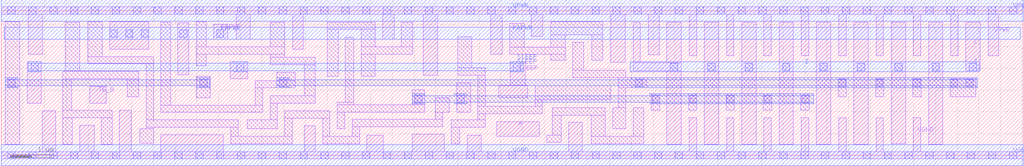
<source format=lef>
# Copyright 2020 The SkyWater PDK Authors
#
# Licensed under the Apache License, Version 2.0 (the "License");
# you may not use this file except in compliance with the License.
# You may obtain a copy of the License at
#
#     https://www.apache.org/licenses/LICENSE-2.0
#
# Unless required by applicable law or agreed to in writing, software
# distributed under the License is distributed on an "AS IS" BASIS,
# WITHOUT WARRANTIES OR CONDITIONS OF ANY KIND, either express or implied.
# See the License for the specific language governing permissions and
# limitations under the License.
#
# SPDX-License-Identifier: Apache-2.0

VERSION 5.7 ;
  NAMESCASESENSITIVE ON ;
  NOWIREEXTENSIONATPIN ON ;
  DIVIDERCHAR "/" ;
  BUSBITCHARS "[]" ;
UNITS
  DATABASE MICRONS 200 ;
END UNITS
MACRO sky130_fd_sc_lp__busdrivernovlpsleep_20
  CLASS CORE ;
  SOURCE USER ;
  FOREIGN sky130_fd_sc_lp__busdrivernovlpsleep_20 ;
  ORIGIN  0.000000  0.000000 ;
  SIZE  23.52000 BY  3.330000 ;
  SYMMETRY X Y ;
  SITE unit ;
  PIN A
    ANTENNAGATEAREA  1.260000 ;
    DIRECTION INPUT ;
    USE SIGNAL ;
    PORT
      LAYER li1 ;
        RECT 11.400000 0.440000 12.385000 0.770000 ;
    END
  END A
  PIN SLEEP
    ANTENNAGATEAREA  1.228000 ;
    DIRECTION INPUT ;
    USE SIGNAL ;
    PORT
      LAYER li1 ;
        RECT  0.595000 1.200000  0.925000 2.150000 ;
        RECT  5.270000 1.765000  5.675000 2.155000 ;
        RECT 11.445000 1.325000 12.115000 1.615000 ;
        RECT 11.710000 1.615000 12.055000 2.150000 ;
      LAYER mcon ;
        RECT  0.685000 1.950000  0.855000 2.120000 ;
        RECT  5.415000 1.950000  5.585000 2.120000 ;
        RECT 11.780000 1.950000 11.950000 2.120000 ;
      LAYER met1 ;
        RECT  0.625000 1.920000  0.915000 1.950000 ;
        RECT  0.625000 1.950000 12.010000 2.120000 ;
        RECT  0.625000 2.120000  0.915000 2.150000 ;
        RECT  5.355000 1.920000  5.645000 1.950000 ;
        RECT  5.355000 2.120000  5.645000 2.150000 ;
        RECT 11.720000 1.920000 12.010000 1.950000 ;
        RECT 11.720000 2.120000 12.010000 2.150000 ;
    END
  END SLEEP
  PIN TE_B
    ANTENNAGATEAREA  0.348000 ;
    DIRECTION INPUT ;
    USE SIGNAL ;
    PORT
      LAYER li1 ;
        RECT 2.035000 1.200000 2.415000 1.590000 ;
    END
  END TE_B
  PIN Z
    ANTENNADIFFAREA  4.968000 ;
    DIRECTION OUTPUT ;
    USE SIGNAL ;
    PORT
      LAYER li1 ;
        RECT 14.540000 1.950000 15.650000 2.130000 ;
        RECT 14.540000 2.130000 14.710000 3.065000 ;
        RECT 15.320000 0.255000 15.650000 1.950000 ;
        RECT 15.320000 2.130000 15.650000 3.065000 ;
        RECT 16.180000 0.255000 16.510000 3.065000 ;
        RECT 17.040000 0.255000 17.370000 3.065000 ;
        RECT 17.900000 0.255000 18.230000 3.065000 ;
        RECT 18.760000 0.255000 19.090000 3.065000 ;
        RECT 19.620000 0.255000 19.950000 3.065000 ;
        RECT 20.480000 0.260000 20.810000 3.065000 ;
        RECT 21.340000 0.255000 21.670000 3.065000 ;
        RECT 22.200000 1.940000 22.530000 3.065000 ;
      LAYER mcon ;
        RECT 15.400000 1.950000 15.570000 2.120000 ;
        RECT 16.260000 1.950000 16.430000 2.120000 ;
        RECT 17.120000 1.950000 17.290000 2.120000 ;
        RECT 17.980000 1.950000 18.150000 2.120000 ;
        RECT 18.840000 1.950000 19.010000 2.120000 ;
        RECT 19.700000 1.950000 19.870000 2.120000 ;
        RECT 20.560000 1.950000 20.730000 2.120000 ;
        RECT 21.420000 1.950000 21.590000 2.120000 ;
        RECT 22.280000 1.950000 22.450000 2.120000 ;
      LAYER met1 ;
        RECT 14.480000 1.920000 22.510000 2.150000 ;
    END
  END Z
  PIN KAPWR
    DIRECTION INOUT ;
    USE POWER ;
    PORT
      LAYER li1 ;
        RECT 2.495000 2.440000 3.400000 3.075000 ;
        RECT 4.065000 1.850000 4.315000 3.045000 ;
        RECT 4.885000 2.665000 5.215000 3.015000 ;
      LAYER mcon ;
        RECT 2.500000 2.715000 2.670000 2.885000 ;
        RECT 2.860000 2.715000 3.030000 2.885000 ;
        RECT 3.220000 2.715000 3.390000 2.885000 ;
        RECT 4.105000 2.715000 4.275000 2.885000 ;
        RECT 4.955000 2.715000 5.125000 2.885000 ;
      LAYER met1 ;
        RECT 0.070000 2.675000 23.450000 2.945000 ;
    END
  END KAPWR
  PIN VGND
    DIRECTION INOUT ;
    USE GROUND ;
    PORT
      LAYER li1 ;
        RECT  0.000000 -0.085000 23.520000 0.085000 ;
        RECT  0.945000  0.085000  1.250000 1.020000 ;
        RECT  1.805000  0.085000  2.135000 0.690000 ;
        RECT  2.720000  0.085000  2.995000 1.040000 ;
        RECT  3.675000  0.085000  5.110000 0.475000 ;
        RECT  6.975000  0.085000  7.225000 0.680000 ;
        RECT  8.415000  0.085000  8.785000 0.465000 ;
        RECT  9.455000  0.085000 10.190000 0.485000 ;
        RECT 10.720000  0.085000 11.050000 0.465000 ;
        RECT 13.055000  0.085000 13.365000 0.755000 ;
        RECT 15.830000  0.085000 16.000000 0.865000 ;
        RECT 16.690000  0.085000 16.860000 0.865000 ;
        RECT 17.550000  0.085000 17.720000 0.865000 ;
        RECT 18.410000  0.085000 18.580000 0.865000 ;
        RECT 19.270000  0.085000 19.440000 0.865000 ;
        RECT 20.130000  0.085000 20.300000 0.865000 ;
        RECT 20.990000  0.085000 21.160000 0.865000 ;
      LAYER mcon ;
        RECT  0.155000 -0.085000  0.325000 0.085000 ;
        RECT  0.635000 -0.085000  0.805000 0.085000 ;
        RECT  1.115000 -0.085000  1.285000 0.085000 ;
        RECT  1.595000 -0.085000  1.765000 0.085000 ;
        RECT  2.075000 -0.085000  2.245000 0.085000 ;
        RECT  2.555000 -0.085000  2.725000 0.085000 ;
        RECT  3.035000 -0.085000  3.205000 0.085000 ;
        RECT  3.515000 -0.085000  3.685000 0.085000 ;
        RECT  3.995000 -0.085000  4.165000 0.085000 ;
        RECT  4.475000 -0.085000  4.645000 0.085000 ;
        RECT  4.955000 -0.085000  5.125000 0.085000 ;
        RECT  5.435000 -0.085000  5.605000 0.085000 ;
        RECT  5.915000 -0.085000  6.085000 0.085000 ;
        RECT  6.395000 -0.085000  6.565000 0.085000 ;
        RECT  6.875000 -0.085000  7.045000 0.085000 ;
        RECT  7.355000 -0.085000  7.525000 0.085000 ;
        RECT  7.835000 -0.085000  8.005000 0.085000 ;
        RECT  8.315000 -0.085000  8.485000 0.085000 ;
        RECT  8.795000 -0.085000  8.965000 0.085000 ;
        RECT  9.275000 -0.085000  9.445000 0.085000 ;
        RECT  9.755000 -0.085000  9.925000 0.085000 ;
        RECT 10.235000 -0.085000 10.405000 0.085000 ;
        RECT 10.715000 -0.085000 10.885000 0.085000 ;
        RECT 11.195000 -0.085000 11.365000 0.085000 ;
        RECT 11.675000 -0.085000 11.845000 0.085000 ;
        RECT 12.155000 -0.085000 12.325000 0.085000 ;
        RECT 12.635000 -0.085000 12.805000 0.085000 ;
        RECT 13.115000 -0.085000 13.285000 0.085000 ;
        RECT 13.595000 -0.085000 13.765000 0.085000 ;
        RECT 14.075000 -0.085000 14.245000 0.085000 ;
        RECT 14.555000 -0.085000 14.725000 0.085000 ;
        RECT 15.035000 -0.085000 15.205000 0.085000 ;
        RECT 15.515000 -0.085000 15.685000 0.085000 ;
        RECT 15.995000 -0.085000 16.165000 0.085000 ;
        RECT 16.475000 -0.085000 16.645000 0.085000 ;
        RECT 16.955000 -0.085000 17.125000 0.085000 ;
        RECT 17.435000 -0.085000 17.605000 0.085000 ;
        RECT 17.915000 -0.085000 18.085000 0.085000 ;
        RECT 18.395000 -0.085000 18.565000 0.085000 ;
        RECT 18.875000 -0.085000 19.045000 0.085000 ;
        RECT 19.355000 -0.085000 19.525000 0.085000 ;
        RECT 19.835000 -0.085000 20.005000 0.085000 ;
        RECT 20.315000 -0.085000 20.485000 0.085000 ;
        RECT 20.795000 -0.085000 20.965000 0.085000 ;
        RECT 21.275000 -0.085000 21.445000 0.085000 ;
        RECT 21.755000 -0.085000 21.925000 0.085000 ;
        RECT 22.235000 -0.085000 22.405000 0.085000 ;
        RECT 22.715000 -0.085000 22.885000 0.085000 ;
        RECT 23.195000 -0.085000 23.365000 0.085000 ;
      LAYER met1 ;
        RECT 0.000000 -0.245000 23.520000 0.245000 ;
    END
  END VGND
  PIN VPWR
    DIRECTION INOUT ;
    USE POWER ;
    PORT
      LAYER li1 ;
        RECT  0.000000 3.245000 23.520000 3.415000 ;
        RECT  0.625000 2.320000  0.955000 3.245000 ;
        RECT  5.405000 2.665000  5.735000 3.245000 ;
        RECT  6.705000 2.435000  6.955000 3.245000 ;
        RECT  8.780000 2.670000  9.040000 3.245000 ;
        RECT  9.710000 1.845000 10.040000 3.245000 ;
        RECT 11.270000 2.320000 11.530000 3.245000 ;
        RECT 12.200000 2.735000 12.460000 3.245000 ;
        RECT 14.025000 2.135000 14.360000 3.245000 ;
        RECT 14.890000 2.310000 15.140000 3.245000 ;
        RECT 15.830000 2.290000 16.000000 3.245000 ;
        RECT 16.690000 2.290000 16.860000 3.245000 ;
        RECT 17.550000 2.290000 17.720000 3.245000 ;
        RECT 18.410000 2.290000 18.580000 3.245000 ;
        RECT 19.270000 2.290000 19.440000 3.245000 ;
        RECT 20.130000 2.290000 20.300000 3.245000 ;
        RECT 20.990000 2.290000 21.160000 3.245000 ;
        RECT 21.850000 2.290000 22.020000 3.245000 ;
        RECT 22.710000 2.290000 22.960000 3.245000 ;
      LAYER mcon ;
        RECT  0.155000 3.245000  0.325000 3.415000 ;
        RECT  0.635000 3.245000  0.805000 3.415000 ;
        RECT  1.115000 3.245000  1.285000 3.415000 ;
        RECT  1.595000 3.245000  1.765000 3.415000 ;
        RECT  2.075000 3.245000  2.245000 3.415000 ;
        RECT  2.555000 3.245000  2.725000 3.415000 ;
        RECT  3.035000 3.245000  3.205000 3.415000 ;
        RECT  3.515000 3.245000  3.685000 3.415000 ;
        RECT  3.995000 3.245000  4.165000 3.415000 ;
        RECT  4.475000 3.245000  4.645000 3.415000 ;
        RECT  4.955000 3.245000  5.125000 3.415000 ;
        RECT  5.435000 3.245000  5.605000 3.415000 ;
        RECT  5.915000 3.245000  6.085000 3.415000 ;
        RECT  6.395000 3.245000  6.565000 3.415000 ;
        RECT  6.875000 3.245000  7.045000 3.415000 ;
        RECT  7.355000 3.245000  7.525000 3.415000 ;
        RECT  7.835000 3.245000  8.005000 3.415000 ;
        RECT  8.315000 3.245000  8.485000 3.415000 ;
        RECT  8.795000 3.245000  8.965000 3.415000 ;
        RECT  9.275000 3.245000  9.445000 3.415000 ;
        RECT  9.755000 3.245000  9.925000 3.415000 ;
        RECT 10.235000 3.245000 10.405000 3.415000 ;
        RECT 10.715000 3.245000 10.885000 3.415000 ;
        RECT 11.195000 3.245000 11.365000 3.415000 ;
        RECT 11.675000 3.245000 11.845000 3.415000 ;
        RECT 12.155000 3.245000 12.325000 3.415000 ;
        RECT 12.635000 3.245000 12.805000 3.415000 ;
        RECT 13.115000 3.245000 13.285000 3.415000 ;
        RECT 13.595000 3.245000 13.765000 3.415000 ;
        RECT 14.075000 3.245000 14.245000 3.415000 ;
        RECT 14.555000 3.245000 14.725000 3.415000 ;
        RECT 15.035000 3.245000 15.205000 3.415000 ;
        RECT 15.515000 3.245000 15.685000 3.415000 ;
        RECT 15.995000 3.245000 16.165000 3.415000 ;
        RECT 16.475000 3.245000 16.645000 3.415000 ;
        RECT 16.955000 3.245000 17.125000 3.415000 ;
        RECT 17.435000 3.245000 17.605000 3.415000 ;
        RECT 17.915000 3.245000 18.085000 3.415000 ;
        RECT 18.395000 3.245000 18.565000 3.415000 ;
        RECT 18.875000 3.245000 19.045000 3.415000 ;
        RECT 19.355000 3.245000 19.525000 3.415000 ;
        RECT 19.835000 3.245000 20.005000 3.415000 ;
        RECT 20.315000 3.245000 20.485000 3.415000 ;
        RECT 20.795000 3.245000 20.965000 3.415000 ;
        RECT 21.275000 3.245000 21.445000 3.415000 ;
        RECT 21.755000 3.245000 21.925000 3.415000 ;
        RECT 22.235000 3.245000 22.405000 3.415000 ;
        RECT 22.715000 3.245000 22.885000 3.415000 ;
        RECT 23.195000 3.245000 23.365000 3.415000 ;
      LAYER met1 ;
        RECT 0.000000 3.085000 23.520000 3.575000 ;
    END
  END VPWR
  OBS
    LAYER li1 ;
      RECT  0.095000 0.255000  0.425000 3.075000 ;
      RECT  1.420000 0.255000  1.635000 0.860000 ;
      RECT  1.420000 0.860000  2.550000 1.030000 ;
      RECT  1.420000 1.030000  1.625000 1.760000 ;
      RECT  1.420000 1.760000  3.165000 1.930000 ;
      RECT  1.475000 1.930000  1.805000 3.065000 ;
      RECT  1.995000 2.100000  3.505000 2.270000 ;
      RECT  1.995000 2.270000  2.325000 3.075000 ;
      RECT  2.305000 0.255000  2.550000 0.860000 ;
      RECT  2.900000 1.345000  3.165000 1.760000 ;
      RECT  3.185000 0.275000  3.505000 0.605000 ;
      RECT  3.335000 0.605000  3.505000 0.645000 ;
      RECT  3.335000 0.645000  5.455000 0.815000 ;
      RECT  3.335000 0.815000  3.505000 2.100000 ;
      RECT  3.675000 0.985000  6.015000 1.155000 ;
      RECT  3.675000 1.155000  3.895000 3.065000 ;
      RECT  4.485000 1.325000  4.815000 1.815000 ;
      RECT  4.485000 2.060000  4.715000 2.325000 ;
      RECT  4.485000 2.325000  6.525000 2.495000 ;
      RECT  4.485000 2.495000  4.715000 3.070000 ;
      RECT  5.285000 0.265000  6.695000 0.435000 ;
      RECT  5.285000 0.435000  5.455000 0.645000 ;
      RECT  5.660000 0.605000  6.355000 0.815000 ;
      RECT  5.845000 1.155000  6.015000 1.550000 ;
      RECT  5.845000 1.550000  6.760000 1.720000 ;
      RECT  6.185000 0.815000  6.355000 1.200000 ;
      RECT  6.185000 1.200000  7.230000 1.370000 ;
      RECT  6.195000 2.085000  7.230000 2.255000 ;
      RECT  6.195000 2.255000  6.525000 2.325000 ;
      RECT  6.195000 2.495000  6.525000 3.065000 ;
      RECT  6.335000 1.720000  6.760000 1.905000 ;
      RECT  6.525000 0.435000  6.695000 0.850000 ;
      RECT  6.525000 0.850000  7.565000 1.020000 ;
      RECT  6.970000 1.370000  7.230000 2.085000 ;
      RECT  7.395000 0.265000  8.245000 0.435000 ;
      RECT  7.395000 0.435000  7.565000 0.850000 ;
      RECT  7.500000 1.815000  7.750000 2.895000 ;
      RECT  7.500000 2.895000  8.610000 3.065000 ;
      RECT  7.735000 0.605000  7.905000 0.995000 ;
      RECT  7.735000 0.995000  9.745000 1.165000 ;
      RECT  7.735000 1.165000  8.110000 1.225000 ;
      RECT  7.920000 1.225000  8.110000 2.715000 ;
      RECT  8.075000 0.435000  8.245000 0.655000 ;
      RECT  8.075000 0.655000 10.155000 0.825000 ;
      RECT  8.280000 1.815000  8.610000 2.320000 ;
      RECT  8.280000 2.320000  9.470000 2.500000 ;
      RECT  8.280000 2.500000  8.610000 2.895000 ;
      RECT  9.210000 2.500000  9.470000 3.065000 ;
      RECT  9.455000 1.165000  9.745000 1.505000 ;
      RECT  9.985000 0.825000 10.155000 0.995000 ;
      RECT  9.985000 0.995000 10.315000 1.325000 ;
      RECT 10.360000 0.265000 10.550000 0.645000 ;
      RECT 10.360000 0.645000 11.140000 0.815000 ;
      RECT 10.485000 0.995000 10.800000 1.665000 ;
      RECT 10.500000 1.845000 11.140000 2.015000 ;
      RECT 10.500000 2.015000 10.830000 2.725000 ;
      RECT 10.970000 0.815000 11.140000 0.955000 ;
      RECT 10.970000 0.955000 12.455000 1.130000 ;
      RECT 10.970000 1.130000 11.140000 1.845000 ;
      RECT 11.700000 2.320000 12.980000 2.490000 ;
      RECT 11.700000 2.490000 12.030000 3.035000 ;
      RECT 12.285000 1.130000 12.455000 1.275000 ;
      RECT 12.285000 1.275000 14.030000 1.605000 ;
      RECT 12.555000 0.295000 12.885000 0.465000 ;
      RECT 12.650000 2.185000 12.980000 2.320000 ;
      RECT 12.650000 2.490000 12.980000 2.775000 ;
      RECT 12.650000 2.775000 13.840000 3.075000 ;
      RECT 12.680000 0.465000 12.885000 0.925000 ;
      RECT 12.680000 0.925000 13.905000 1.095000 ;
      RECT 13.150000 1.785000 14.370000 1.955000 ;
      RECT 13.150000 1.955000 13.410000 2.605000 ;
      RECT 13.575000 0.265000 14.790000 0.435000 ;
      RECT 13.575000 0.435000 13.905000 0.925000 ;
      RECT 13.590000 2.185000 13.840000 2.775000 ;
      RECT 14.075000 0.615000 14.370000 1.095000 ;
      RECT 14.200000 1.095000 14.370000 1.550000 ;
      RECT 14.200000 1.550000 14.860000 1.780000 ;
      RECT 14.200000 1.780000 14.370000 1.785000 ;
      RECT 14.540000 0.435000 14.790000 1.095000 ;
      RECT 14.960000 1.035000 15.150000 1.410000 ;
      RECT 15.820000 1.035000 16.010000 1.410000 ;
      RECT 16.680000 1.035000 16.870000 1.410000 ;
      RECT 17.540000 1.035000 17.730000 1.410000 ;
      RECT 18.400000 1.035000 18.590000 1.410000 ;
      RECT 19.260000 1.345000 19.450000 1.760000 ;
      RECT 20.120000 1.345000 20.310000 1.760000 ;
      RECT 20.980000 1.345000 21.170000 1.760000 ;
      RECT 21.840000 1.345000 22.430000 1.760000 ;
    LAYER mcon ;
      RECT  0.155000 1.580000  0.325000 1.750000 ;
      RECT  4.565000 1.580000  4.735000 1.750000 ;
      RECT  6.395000 1.580000  6.565000 1.750000 ;
      RECT  9.515000 1.210000  9.685000 1.380000 ;
      RECT 10.485000 1.210000 10.655000 1.380000 ;
      RECT 14.595000 1.580000 14.765000 1.750000 ;
      RECT 14.980000 1.210000 15.150000 1.380000 ;
      RECT 15.840000 1.210000 16.010000 1.380000 ;
      RECT 16.700000 1.210000 16.870000 1.380000 ;
      RECT 17.560000 1.210000 17.730000 1.380000 ;
      RECT 18.420000 1.210000 18.590000 1.380000 ;
      RECT 19.260000 1.580000 19.430000 1.750000 ;
      RECT 20.120000 1.580000 20.290000 1.750000 ;
      RECT 20.980000 1.580000 21.150000 1.750000 ;
      RECT 21.840000 1.580000 22.010000 1.750000 ;
      RECT 22.200000 1.580000 22.370000 1.750000 ;
    LAYER met1 ;
      RECT  0.095000 1.550000  0.385000 1.595000 ;
      RECT  0.095000 1.595000  4.795000 1.735000 ;
      RECT  0.095000 1.735000  0.385000 1.780000 ;
      RECT  4.505000 1.550000  4.795000 1.595000 ;
      RECT  4.505000 1.735000  4.795000 1.780000 ;
      RECT  6.335000 1.550000  6.625000 1.595000 ;
      RECT  6.335000 1.595000 22.465000 1.735000 ;
      RECT  6.335000 1.735000  6.625000 1.780000 ;
      RECT  9.455000 1.180000  9.745000 1.225000 ;
      RECT  9.455000 1.225000 18.695000 1.365000 ;
      RECT  9.455000 1.365000  9.745000 1.410000 ;
      RECT 10.425000 1.180000 10.715000 1.225000 ;
      RECT 10.425000 1.365000 10.715000 1.410000 ;
      RECT 14.500000 1.735000 22.465000 1.780000 ;
      RECT 14.505000 1.550000 22.465000 1.595000 ;
      RECT 14.920000 1.180000 18.695000 1.225000 ;
      RECT 14.920000 1.365000 18.695000 1.410000 ;
  END
END sky130_fd_sc_lp__busdrivernovlpsleep_20

</source>
